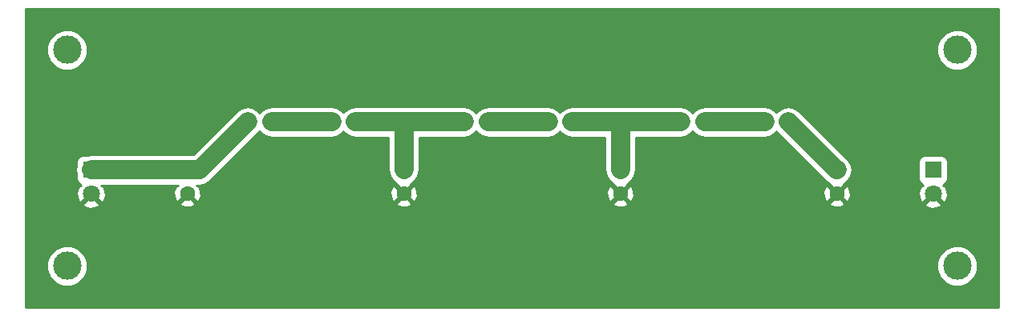
<source format=gbr>
G04 #@! TF.FileFunction,Copper,L2,Bot,Signal*
%FSLAX46Y46*%
G04 Gerber Fmt 4.6, Leading zero omitted, Abs format (unit mm)*
G04 Created by KiCad (PCBNEW 4.0.7) date 03/01/18 18:42:28*
%MOMM*%
%LPD*%
G01*
G04 APERTURE LIST*
%ADD10C,0.100000*%
%ADD11C,1.600000*%
%ADD12R,1.800000X1.800000*%
%ADD13C,1.800000*%
%ADD14C,3.000000*%
%ADD15C,2.000000*%
%ADD16C,0.254000*%
G04 APERTURE END LIST*
D10*
D11*
X73660000Y-66040000D03*
X73660000Y-68540000D03*
X88900000Y-60960000D03*
X91400000Y-60960000D03*
X96520000Y-66040000D03*
X96520000Y-68540000D03*
X111760000Y-60960000D03*
X114260000Y-60960000D03*
X119380000Y-66040000D03*
X119380000Y-68540000D03*
X134620000Y-60960000D03*
X137120000Y-60960000D03*
X142240000Y-66040000D03*
X142240000Y-68540000D03*
D12*
X63500000Y-66040000D03*
D13*
X63500000Y-68580000D03*
D12*
X152400000Y-66040000D03*
D13*
X152400000Y-68580000D03*
D11*
X80010000Y-60960000D03*
X82550000Y-60960000D03*
X102870000Y-60960000D03*
X105410000Y-60960000D03*
X125730000Y-60960000D03*
X128270000Y-60960000D03*
D14*
X60960000Y-53340000D03*
X154940000Y-53340000D03*
X154940000Y-76200000D03*
X60960000Y-76200000D03*
D15*
X63500000Y-66040000D02*
X73660000Y-66040000D01*
X73660000Y-66040000D02*
X74930000Y-66040000D01*
X74930000Y-66040000D02*
X80010000Y-60960000D01*
X82550000Y-60960000D02*
X88900000Y-60960000D01*
X96520000Y-66040000D02*
X96520000Y-60960000D01*
X91400000Y-60960000D02*
X96520000Y-60960000D01*
X96520000Y-60960000D02*
X102870000Y-60960000D01*
X105410000Y-60960000D02*
X111760000Y-60960000D01*
X119380000Y-66040000D02*
X119380000Y-60960000D01*
X114260000Y-60960000D02*
X119380000Y-60960000D01*
X119380000Y-60960000D02*
X125730000Y-60960000D01*
X128270000Y-60960000D02*
X134620000Y-60960000D01*
X142240000Y-66040000D02*
X142200000Y-66040000D01*
X142200000Y-66040000D02*
X137120000Y-60960000D01*
D16*
G36*
X159310000Y-80570000D02*
X56590000Y-80570000D01*
X56590000Y-76622815D01*
X58824630Y-76622815D01*
X59148980Y-77407800D01*
X59749041Y-78008909D01*
X60533459Y-78334628D01*
X61382815Y-78335370D01*
X62167800Y-78011020D01*
X62768909Y-77410959D01*
X63094628Y-76626541D01*
X63094631Y-76622815D01*
X152804630Y-76622815D01*
X153128980Y-77407800D01*
X153729041Y-78008909D01*
X154513459Y-78334628D01*
X155362815Y-78335370D01*
X156147800Y-78011020D01*
X156748909Y-77410959D01*
X157074628Y-76626541D01*
X157075370Y-75777185D01*
X156751020Y-74992200D01*
X156150959Y-74391091D01*
X155366541Y-74065372D01*
X154517185Y-74064630D01*
X153732200Y-74388980D01*
X153131091Y-74989041D01*
X152805372Y-75773459D01*
X152804630Y-76622815D01*
X63094631Y-76622815D01*
X63095370Y-75777185D01*
X62771020Y-74992200D01*
X62170959Y-74391091D01*
X61386541Y-74065372D01*
X60537185Y-74064630D01*
X59752200Y-74388980D01*
X59151091Y-74989041D01*
X58825372Y-75773459D01*
X58824630Y-76622815D01*
X56590000Y-76622815D01*
X56590000Y-69660159D01*
X62599446Y-69660159D01*
X62685852Y-69916643D01*
X63259336Y-70126458D01*
X63869460Y-70100839D01*
X64314148Y-69916643D01*
X64400554Y-69660159D01*
X64288140Y-69547745D01*
X72831861Y-69547745D01*
X72905995Y-69793864D01*
X73443223Y-69986965D01*
X74013454Y-69959778D01*
X74414005Y-69793864D01*
X74488139Y-69547745D01*
X95691861Y-69547745D01*
X95765995Y-69793864D01*
X96303223Y-69986965D01*
X96873454Y-69959778D01*
X97274005Y-69793864D01*
X97348139Y-69547745D01*
X118551861Y-69547745D01*
X118625995Y-69793864D01*
X119163223Y-69986965D01*
X119733454Y-69959778D01*
X120134005Y-69793864D01*
X120208139Y-69547745D01*
X141411861Y-69547745D01*
X141485995Y-69793864D01*
X142023223Y-69986965D01*
X142593454Y-69959778D01*
X142994005Y-69793864D01*
X143034278Y-69660159D01*
X151499446Y-69660159D01*
X151585852Y-69916643D01*
X152159336Y-70126458D01*
X152769460Y-70100839D01*
X153214148Y-69916643D01*
X153300554Y-69660159D01*
X152400000Y-68759605D01*
X151499446Y-69660159D01*
X143034278Y-69660159D01*
X143068139Y-69547745D01*
X142240000Y-68719605D01*
X141411861Y-69547745D01*
X120208139Y-69547745D01*
X119380000Y-68719605D01*
X118551861Y-69547745D01*
X97348139Y-69547745D01*
X96520000Y-68719605D01*
X95691861Y-69547745D01*
X74488139Y-69547745D01*
X73660000Y-68719605D01*
X72831861Y-69547745D01*
X64288140Y-69547745D01*
X63500000Y-68759605D01*
X62599446Y-69660159D01*
X56590000Y-69660159D01*
X56590000Y-66040000D01*
X61865000Y-66040000D01*
X61952560Y-66480193D01*
X61952560Y-66940000D01*
X61996838Y-67175317D01*
X62135910Y-67391441D01*
X62339574Y-67530598D01*
X62305282Y-67564890D01*
X62419839Y-67679447D01*
X62163357Y-67765852D01*
X61953542Y-68339336D01*
X61979161Y-68949460D01*
X62163357Y-69394148D01*
X62419841Y-69480554D01*
X63320395Y-68580000D01*
X63306253Y-68565858D01*
X63485858Y-68386253D01*
X63500000Y-68400395D01*
X63514143Y-68386253D01*
X63693748Y-68565858D01*
X63679605Y-68580000D01*
X64580159Y-69480554D01*
X64836643Y-69394148D01*
X65046458Y-68820664D01*
X65020839Y-68210540D01*
X64836643Y-67765852D01*
X64580161Y-67679447D01*
X64584608Y-67675000D01*
X72615392Y-67675000D01*
X72652253Y-67711861D01*
X72406136Y-67785995D01*
X72213035Y-68323223D01*
X72240222Y-68893454D01*
X72406136Y-69294005D01*
X72652255Y-69368139D01*
X73480395Y-68540000D01*
X73466252Y-68525858D01*
X73645858Y-68346252D01*
X73660000Y-68360395D01*
X73674142Y-68346252D01*
X73853748Y-68525858D01*
X73839605Y-68540000D01*
X74667745Y-69368139D01*
X74913864Y-69294005D01*
X75106965Y-68756777D01*
X75086295Y-68323223D01*
X95073035Y-68323223D01*
X95100222Y-68893454D01*
X95266136Y-69294005D01*
X95512255Y-69368139D01*
X96340395Y-68540000D01*
X96699605Y-68540000D01*
X97527745Y-69368139D01*
X97773864Y-69294005D01*
X97966965Y-68756777D01*
X97946295Y-68323223D01*
X117933035Y-68323223D01*
X117960222Y-68893454D01*
X118126136Y-69294005D01*
X118372255Y-69368139D01*
X119200395Y-68540000D01*
X119559605Y-68540000D01*
X120387745Y-69368139D01*
X120633864Y-69294005D01*
X120826965Y-68756777D01*
X120806295Y-68323223D01*
X140793035Y-68323223D01*
X140820222Y-68893454D01*
X140986136Y-69294005D01*
X141232255Y-69368139D01*
X142060395Y-68540000D01*
X142419605Y-68540000D01*
X143247745Y-69368139D01*
X143493864Y-69294005D01*
X143686965Y-68756777D01*
X143659778Y-68186546D01*
X143493864Y-67785995D01*
X143247745Y-67711861D01*
X142419605Y-68540000D01*
X142060395Y-68540000D01*
X141232255Y-67711861D01*
X140986136Y-67785995D01*
X140793035Y-68323223D01*
X120806295Y-68323223D01*
X120799778Y-68186546D01*
X120633864Y-67785995D01*
X120387745Y-67711861D01*
X119559605Y-68540000D01*
X119200395Y-68540000D01*
X118372255Y-67711861D01*
X118126136Y-67785995D01*
X117933035Y-68323223D01*
X97946295Y-68323223D01*
X97939778Y-68186546D01*
X97773864Y-67785995D01*
X97527745Y-67711861D01*
X96699605Y-68540000D01*
X96340395Y-68540000D01*
X95512255Y-67711861D01*
X95266136Y-67785995D01*
X95073035Y-68323223D01*
X75086295Y-68323223D01*
X75079778Y-68186546D01*
X74913864Y-67785995D01*
X74667747Y-67711861D01*
X74704608Y-67675000D01*
X74929995Y-67675000D01*
X74930000Y-67675001D01*
X75555688Y-67550543D01*
X76086120Y-67196120D01*
X81166120Y-62116120D01*
X81280000Y-61945686D01*
X81393880Y-62116120D01*
X81924313Y-62470543D01*
X82550000Y-62595000D01*
X88900000Y-62595000D01*
X89525687Y-62470543D01*
X90056120Y-62116120D01*
X90150000Y-61975618D01*
X90243880Y-62116120D01*
X90774313Y-62470543D01*
X91400000Y-62595000D01*
X94885000Y-62595000D01*
X94885000Y-66040000D01*
X95009457Y-66665687D01*
X95363880Y-67196120D01*
X95721195Y-67434869D01*
X95691861Y-67532255D01*
X96520000Y-68360395D01*
X97348139Y-67532255D01*
X97318805Y-67434869D01*
X97676120Y-67196120D01*
X98030543Y-66665687D01*
X98155000Y-66040000D01*
X98155000Y-62595000D01*
X102870000Y-62595000D01*
X103495687Y-62470543D01*
X104026120Y-62116120D01*
X104140000Y-61945686D01*
X104253880Y-62116120D01*
X104784313Y-62470543D01*
X105410000Y-62595000D01*
X111760000Y-62595000D01*
X112385687Y-62470543D01*
X112916120Y-62116120D01*
X113010000Y-61975618D01*
X113103880Y-62116120D01*
X113634313Y-62470543D01*
X114260000Y-62595000D01*
X117745000Y-62595000D01*
X117745000Y-66040000D01*
X117869457Y-66665687D01*
X118223880Y-67196120D01*
X118581195Y-67434869D01*
X118551861Y-67532255D01*
X119380000Y-68360395D01*
X120208139Y-67532255D01*
X120178805Y-67434869D01*
X120536120Y-67196120D01*
X120890543Y-66665687D01*
X121015000Y-66040000D01*
X121015000Y-62595000D01*
X125730000Y-62595000D01*
X126355687Y-62470543D01*
X126886120Y-62116120D01*
X127000000Y-61945686D01*
X127113880Y-62116120D01*
X127644313Y-62470543D01*
X128270000Y-62595000D01*
X134620000Y-62595000D01*
X135245687Y-62470543D01*
X135776120Y-62116120D01*
X135870000Y-61975618D01*
X135963880Y-62116120D01*
X141043880Y-67196120D01*
X141434493Y-67457119D01*
X141411861Y-67532255D01*
X142240000Y-68360395D01*
X143068139Y-67532255D01*
X143038805Y-67434869D01*
X143396120Y-67196120D01*
X143750543Y-66665687D01*
X143875000Y-66040000D01*
X143750543Y-65414313D01*
X143567254Y-65140000D01*
X150852560Y-65140000D01*
X150852560Y-66940000D01*
X150896838Y-67175317D01*
X151035910Y-67391441D01*
X151239574Y-67530598D01*
X151205282Y-67564890D01*
X151319839Y-67679447D01*
X151063357Y-67765852D01*
X150853542Y-68339336D01*
X150879161Y-68949460D01*
X151063357Y-69394148D01*
X151319841Y-69480554D01*
X152220395Y-68580000D01*
X152206253Y-68565858D01*
X152385858Y-68386253D01*
X152400000Y-68400395D01*
X152414143Y-68386253D01*
X152593748Y-68565858D01*
X152579605Y-68580000D01*
X153480159Y-69480554D01*
X153736643Y-69394148D01*
X153946458Y-68820664D01*
X153920839Y-68210540D01*
X153736643Y-67765852D01*
X153480161Y-67679447D01*
X153594718Y-67564890D01*
X153558240Y-67528412D01*
X153751441Y-67404090D01*
X153896431Y-67191890D01*
X153947440Y-66940000D01*
X153947440Y-65140000D01*
X153903162Y-64904683D01*
X153764090Y-64688559D01*
X153551890Y-64543569D01*
X153300000Y-64492560D01*
X151500000Y-64492560D01*
X151264683Y-64536838D01*
X151048559Y-64675910D01*
X150903569Y-64888110D01*
X150852560Y-65140000D01*
X143567254Y-65140000D01*
X143396120Y-64883880D01*
X143275574Y-64803334D01*
X138276120Y-59803880D01*
X137745688Y-59449457D01*
X137120000Y-59324999D01*
X136494312Y-59449457D01*
X135963880Y-59803880D01*
X135870000Y-59944382D01*
X135776120Y-59803880D01*
X135245687Y-59449457D01*
X134620000Y-59325000D01*
X128270000Y-59325000D01*
X127644313Y-59449457D01*
X127113880Y-59803880D01*
X127000000Y-59974314D01*
X126886120Y-59803880D01*
X126355687Y-59449457D01*
X125730000Y-59325000D01*
X114260000Y-59325000D01*
X113634313Y-59449457D01*
X113103880Y-59803880D01*
X113010000Y-59944382D01*
X112916120Y-59803880D01*
X112385687Y-59449457D01*
X111760000Y-59325000D01*
X105410000Y-59325000D01*
X104784313Y-59449457D01*
X104253880Y-59803880D01*
X104140000Y-59974314D01*
X104026120Y-59803880D01*
X103495687Y-59449457D01*
X102870000Y-59325000D01*
X91400000Y-59325000D01*
X90774313Y-59449457D01*
X90243880Y-59803880D01*
X90150000Y-59944382D01*
X90056120Y-59803880D01*
X89525687Y-59449457D01*
X88900000Y-59325000D01*
X82550000Y-59325000D01*
X81924313Y-59449457D01*
X81393880Y-59803880D01*
X81280000Y-59974314D01*
X81166120Y-59803880D01*
X80635688Y-59449457D01*
X80010000Y-59324999D01*
X79384312Y-59449457D01*
X78853880Y-59803880D01*
X74252760Y-64405000D01*
X63500000Y-64405000D01*
X63059807Y-64492560D01*
X62600000Y-64492560D01*
X62364683Y-64536838D01*
X62148559Y-64675910D01*
X62003569Y-64888110D01*
X61952560Y-65140000D01*
X61952560Y-65599807D01*
X61865000Y-66040000D01*
X56590000Y-66040000D01*
X56590000Y-53762815D01*
X58824630Y-53762815D01*
X59148980Y-54547800D01*
X59749041Y-55148909D01*
X60533459Y-55474628D01*
X61382815Y-55475370D01*
X62167800Y-55151020D01*
X62768909Y-54550959D01*
X63094628Y-53766541D01*
X63094631Y-53762815D01*
X152804630Y-53762815D01*
X153128980Y-54547800D01*
X153729041Y-55148909D01*
X154513459Y-55474628D01*
X155362815Y-55475370D01*
X156147800Y-55151020D01*
X156748909Y-54550959D01*
X157074628Y-53766541D01*
X157075370Y-52917185D01*
X156751020Y-52132200D01*
X156150959Y-51531091D01*
X155366541Y-51205372D01*
X154517185Y-51204630D01*
X153732200Y-51528980D01*
X153131091Y-52129041D01*
X152805372Y-52913459D01*
X152804630Y-53762815D01*
X63094631Y-53762815D01*
X63095370Y-52917185D01*
X62771020Y-52132200D01*
X62170959Y-51531091D01*
X61386541Y-51205372D01*
X60537185Y-51204630D01*
X59752200Y-51528980D01*
X59151091Y-52129041D01*
X58825372Y-52913459D01*
X58824630Y-53762815D01*
X56590000Y-53762815D01*
X56590000Y-48970000D01*
X159310000Y-48970000D01*
X159310000Y-80570000D01*
X159310000Y-80570000D01*
G37*
X159310000Y-80570000D02*
X56590000Y-80570000D01*
X56590000Y-76622815D01*
X58824630Y-76622815D01*
X59148980Y-77407800D01*
X59749041Y-78008909D01*
X60533459Y-78334628D01*
X61382815Y-78335370D01*
X62167800Y-78011020D01*
X62768909Y-77410959D01*
X63094628Y-76626541D01*
X63094631Y-76622815D01*
X152804630Y-76622815D01*
X153128980Y-77407800D01*
X153729041Y-78008909D01*
X154513459Y-78334628D01*
X155362815Y-78335370D01*
X156147800Y-78011020D01*
X156748909Y-77410959D01*
X157074628Y-76626541D01*
X157075370Y-75777185D01*
X156751020Y-74992200D01*
X156150959Y-74391091D01*
X155366541Y-74065372D01*
X154517185Y-74064630D01*
X153732200Y-74388980D01*
X153131091Y-74989041D01*
X152805372Y-75773459D01*
X152804630Y-76622815D01*
X63094631Y-76622815D01*
X63095370Y-75777185D01*
X62771020Y-74992200D01*
X62170959Y-74391091D01*
X61386541Y-74065372D01*
X60537185Y-74064630D01*
X59752200Y-74388980D01*
X59151091Y-74989041D01*
X58825372Y-75773459D01*
X58824630Y-76622815D01*
X56590000Y-76622815D01*
X56590000Y-69660159D01*
X62599446Y-69660159D01*
X62685852Y-69916643D01*
X63259336Y-70126458D01*
X63869460Y-70100839D01*
X64314148Y-69916643D01*
X64400554Y-69660159D01*
X64288140Y-69547745D01*
X72831861Y-69547745D01*
X72905995Y-69793864D01*
X73443223Y-69986965D01*
X74013454Y-69959778D01*
X74414005Y-69793864D01*
X74488139Y-69547745D01*
X95691861Y-69547745D01*
X95765995Y-69793864D01*
X96303223Y-69986965D01*
X96873454Y-69959778D01*
X97274005Y-69793864D01*
X97348139Y-69547745D01*
X118551861Y-69547745D01*
X118625995Y-69793864D01*
X119163223Y-69986965D01*
X119733454Y-69959778D01*
X120134005Y-69793864D01*
X120208139Y-69547745D01*
X141411861Y-69547745D01*
X141485995Y-69793864D01*
X142023223Y-69986965D01*
X142593454Y-69959778D01*
X142994005Y-69793864D01*
X143034278Y-69660159D01*
X151499446Y-69660159D01*
X151585852Y-69916643D01*
X152159336Y-70126458D01*
X152769460Y-70100839D01*
X153214148Y-69916643D01*
X153300554Y-69660159D01*
X152400000Y-68759605D01*
X151499446Y-69660159D01*
X143034278Y-69660159D01*
X143068139Y-69547745D01*
X142240000Y-68719605D01*
X141411861Y-69547745D01*
X120208139Y-69547745D01*
X119380000Y-68719605D01*
X118551861Y-69547745D01*
X97348139Y-69547745D01*
X96520000Y-68719605D01*
X95691861Y-69547745D01*
X74488139Y-69547745D01*
X73660000Y-68719605D01*
X72831861Y-69547745D01*
X64288140Y-69547745D01*
X63500000Y-68759605D01*
X62599446Y-69660159D01*
X56590000Y-69660159D01*
X56590000Y-66040000D01*
X61865000Y-66040000D01*
X61952560Y-66480193D01*
X61952560Y-66940000D01*
X61996838Y-67175317D01*
X62135910Y-67391441D01*
X62339574Y-67530598D01*
X62305282Y-67564890D01*
X62419839Y-67679447D01*
X62163357Y-67765852D01*
X61953542Y-68339336D01*
X61979161Y-68949460D01*
X62163357Y-69394148D01*
X62419841Y-69480554D01*
X63320395Y-68580000D01*
X63306253Y-68565858D01*
X63485858Y-68386253D01*
X63500000Y-68400395D01*
X63514143Y-68386253D01*
X63693748Y-68565858D01*
X63679605Y-68580000D01*
X64580159Y-69480554D01*
X64836643Y-69394148D01*
X65046458Y-68820664D01*
X65020839Y-68210540D01*
X64836643Y-67765852D01*
X64580161Y-67679447D01*
X64584608Y-67675000D01*
X72615392Y-67675000D01*
X72652253Y-67711861D01*
X72406136Y-67785995D01*
X72213035Y-68323223D01*
X72240222Y-68893454D01*
X72406136Y-69294005D01*
X72652255Y-69368139D01*
X73480395Y-68540000D01*
X73466252Y-68525858D01*
X73645858Y-68346252D01*
X73660000Y-68360395D01*
X73674142Y-68346252D01*
X73853748Y-68525858D01*
X73839605Y-68540000D01*
X74667745Y-69368139D01*
X74913864Y-69294005D01*
X75106965Y-68756777D01*
X75086295Y-68323223D01*
X95073035Y-68323223D01*
X95100222Y-68893454D01*
X95266136Y-69294005D01*
X95512255Y-69368139D01*
X96340395Y-68540000D01*
X96699605Y-68540000D01*
X97527745Y-69368139D01*
X97773864Y-69294005D01*
X97966965Y-68756777D01*
X97946295Y-68323223D01*
X117933035Y-68323223D01*
X117960222Y-68893454D01*
X118126136Y-69294005D01*
X118372255Y-69368139D01*
X119200395Y-68540000D01*
X119559605Y-68540000D01*
X120387745Y-69368139D01*
X120633864Y-69294005D01*
X120826965Y-68756777D01*
X120806295Y-68323223D01*
X140793035Y-68323223D01*
X140820222Y-68893454D01*
X140986136Y-69294005D01*
X141232255Y-69368139D01*
X142060395Y-68540000D01*
X142419605Y-68540000D01*
X143247745Y-69368139D01*
X143493864Y-69294005D01*
X143686965Y-68756777D01*
X143659778Y-68186546D01*
X143493864Y-67785995D01*
X143247745Y-67711861D01*
X142419605Y-68540000D01*
X142060395Y-68540000D01*
X141232255Y-67711861D01*
X140986136Y-67785995D01*
X140793035Y-68323223D01*
X120806295Y-68323223D01*
X120799778Y-68186546D01*
X120633864Y-67785995D01*
X120387745Y-67711861D01*
X119559605Y-68540000D01*
X119200395Y-68540000D01*
X118372255Y-67711861D01*
X118126136Y-67785995D01*
X117933035Y-68323223D01*
X97946295Y-68323223D01*
X97939778Y-68186546D01*
X97773864Y-67785995D01*
X97527745Y-67711861D01*
X96699605Y-68540000D01*
X96340395Y-68540000D01*
X95512255Y-67711861D01*
X95266136Y-67785995D01*
X95073035Y-68323223D01*
X75086295Y-68323223D01*
X75079778Y-68186546D01*
X74913864Y-67785995D01*
X74667747Y-67711861D01*
X74704608Y-67675000D01*
X74929995Y-67675000D01*
X74930000Y-67675001D01*
X75555688Y-67550543D01*
X76086120Y-67196120D01*
X81166120Y-62116120D01*
X81280000Y-61945686D01*
X81393880Y-62116120D01*
X81924313Y-62470543D01*
X82550000Y-62595000D01*
X88900000Y-62595000D01*
X89525687Y-62470543D01*
X90056120Y-62116120D01*
X90150000Y-61975618D01*
X90243880Y-62116120D01*
X90774313Y-62470543D01*
X91400000Y-62595000D01*
X94885000Y-62595000D01*
X94885000Y-66040000D01*
X95009457Y-66665687D01*
X95363880Y-67196120D01*
X95721195Y-67434869D01*
X95691861Y-67532255D01*
X96520000Y-68360395D01*
X97348139Y-67532255D01*
X97318805Y-67434869D01*
X97676120Y-67196120D01*
X98030543Y-66665687D01*
X98155000Y-66040000D01*
X98155000Y-62595000D01*
X102870000Y-62595000D01*
X103495687Y-62470543D01*
X104026120Y-62116120D01*
X104140000Y-61945686D01*
X104253880Y-62116120D01*
X104784313Y-62470543D01*
X105410000Y-62595000D01*
X111760000Y-62595000D01*
X112385687Y-62470543D01*
X112916120Y-62116120D01*
X113010000Y-61975618D01*
X113103880Y-62116120D01*
X113634313Y-62470543D01*
X114260000Y-62595000D01*
X117745000Y-62595000D01*
X117745000Y-66040000D01*
X117869457Y-66665687D01*
X118223880Y-67196120D01*
X118581195Y-67434869D01*
X118551861Y-67532255D01*
X119380000Y-68360395D01*
X120208139Y-67532255D01*
X120178805Y-67434869D01*
X120536120Y-67196120D01*
X120890543Y-66665687D01*
X121015000Y-66040000D01*
X121015000Y-62595000D01*
X125730000Y-62595000D01*
X126355687Y-62470543D01*
X126886120Y-62116120D01*
X127000000Y-61945686D01*
X127113880Y-62116120D01*
X127644313Y-62470543D01*
X128270000Y-62595000D01*
X134620000Y-62595000D01*
X135245687Y-62470543D01*
X135776120Y-62116120D01*
X135870000Y-61975618D01*
X135963880Y-62116120D01*
X141043880Y-67196120D01*
X141434493Y-67457119D01*
X141411861Y-67532255D01*
X142240000Y-68360395D01*
X143068139Y-67532255D01*
X143038805Y-67434869D01*
X143396120Y-67196120D01*
X143750543Y-66665687D01*
X143875000Y-66040000D01*
X143750543Y-65414313D01*
X143567254Y-65140000D01*
X150852560Y-65140000D01*
X150852560Y-66940000D01*
X150896838Y-67175317D01*
X151035910Y-67391441D01*
X151239574Y-67530598D01*
X151205282Y-67564890D01*
X151319839Y-67679447D01*
X151063357Y-67765852D01*
X150853542Y-68339336D01*
X150879161Y-68949460D01*
X151063357Y-69394148D01*
X151319841Y-69480554D01*
X152220395Y-68580000D01*
X152206253Y-68565858D01*
X152385858Y-68386253D01*
X152400000Y-68400395D01*
X152414143Y-68386253D01*
X152593748Y-68565858D01*
X152579605Y-68580000D01*
X153480159Y-69480554D01*
X153736643Y-69394148D01*
X153946458Y-68820664D01*
X153920839Y-68210540D01*
X153736643Y-67765852D01*
X153480161Y-67679447D01*
X153594718Y-67564890D01*
X153558240Y-67528412D01*
X153751441Y-67404090D01*
X153896431Y-67191890D01*
X153947440Y-66940000D01*
X153947440Y-65140000D01*
X153903162Y-64904683D01*
X153764090Y-64688559D01*
X153551890Y-64543569D01*
X153300000Y-64492560D01*
X151500000Y-64492560D01*
X151264683Y-64536838D01*
X151048559Y-64675910D01*
X150903569Y-64888110D01*
X150852560Y-65140000D01*
X143567254Y-65140000D01*
X143396120Y-64883880D01*
X143275574Y-64803334D01*
X138276120Y-59803880D01*
X137745688Y-59449457D01*
X137120000Y-59324999D01*
X136494312Y-59449457D01*
X135963880Y-59803880D01*
X135870000Y-59944382D01*
X135776120Y-59803880D01*
X135245687Y-59449457D01*
X134620000Y-59325000D01*
X128270000Y-59325000D01*
X127644313Y-59449457D01*
X127113880Y-59803880D01*
X127000000Y-59974314D01*
X126886120Y-59803880D01*
X126355687Y-59449457D01*
X125730000Y-59325000D01*
X114260000Y-59325000D01*
X113634313Y-59449457D01*
X113103880Y-59803880D01*
X113010000Y-59944382D01*
X112916120Y-59803880D01*
X112385687Y-59449457D01*
X111760000Y-59325000D01*
X105410000Y-59325000D01*
X104784313Y-59449457D01*
X104253880Y-59803880D01*
X104140000Y-59974314D01*
X104026120Y-59803880D01*
X103495687Y-59449457D01*
X102870000Y-59325000D01*
X91400000Y-59325000D01*
X90774313Y-59449457D01*
X90243880Y-59803880D01*
X90150000Y-59944382D01*
X90056120Y-59803880D01*
X89525687Y-59449457D01*
X88900000Y-59325000D01*
X82550000Y-59325000D01*
X81924313Y-59449457D01*
X81393880Y-59803880D01*
X81280000Y-59974314D01*
X81166120Y-59803880D01*
X80635688Y-59449457D01*
X80010000Y-59324999D01*
X79384312Y-59449457D01*
X78853880Y-59803880D01*
X74252760Y-64405000D01*
X63500000Y-64405000D01*
X63059807Y-64492560D01*
X62600000Y-64492560D01*
X62364683Y-64536838D01*
X62148559Y-64675910D01*
X62003569Y-64888110D01*
X61952560Y-65140000D01*
X61952560Y-65599807D01*
X61865000Y-66040000D01*
X56590000Y-66040000D01*
X56590000Y-53762815D01*
X58824630Y-53762815D01*
X59148980Y-54547800D01*
X59749041Y-55148909D01*
X60533459Y-55474628D01*
X61382815Y-55475370D01*
X62167800Y-55151020D01*
X62768909Y-54550959D01*
X63094628Y-53766541D01*
X63094631Y-53762815D01*
X152804630Y-53762815D01*
X153128980Y-54547800D01*
X153729041Y-55148909D01*
X154513459Y-55474628D01*
X155362815Y-55475370D01*
X156147800Y-55151020D01*
X156748909Y-54550959D01*
X157074628Y-53766541D01*
X157075370Y-52917185D01*
X156751020Y-52132200D01*
X156150959Y-51531091D01*
X155366541Y-51205372D01*
X154517185Y-51204630D01*
X153732200Y-51528980D01*
X153131091Y-52129041D01*
X152805372Y-52913459D01*
X152804630Y-53762815D01*
X63094631Y-53762815D01*
X63095370Y-52917185D01*
X62771020Y-52132200D01*
X62170959Y-51531091D01*
X61386541Y-51205372D01*
X60537185Y-51204630D01*
X59752200Y-51528980D01*
X59151091Y-52129041D01*
X58825372Y-52913459D01*
X58824630Y-53762815D01*
X56590000Y-53762815D01*
X56590000Y-48970000D01*
X159310000Y-48970000D01*
X159310000Y-80570000D01*
M02*

</source>
